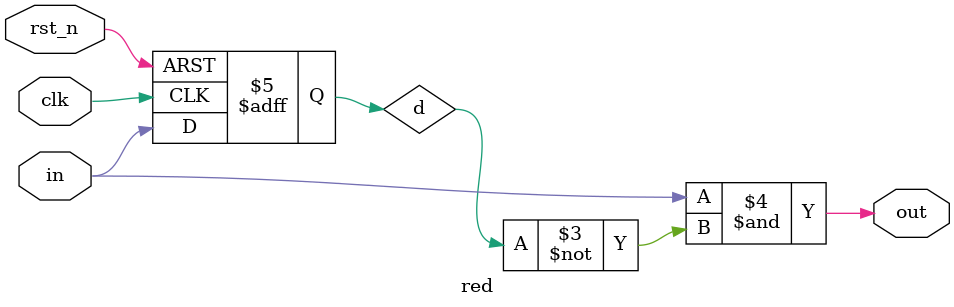
<source format=v>
module red (
    input clk,
    input rst_n,
    input in,
    output out
);

    reg d;

    always @(posedge clk or negedge rst_n) begin
        if (!rst_n) d <= 1'b0;
        else        d <= in;
    end

    assign out = in & ~d; // high for 1 clk when in_sig goes 0->1
    //assign out = rst_n & (in & ~d);
    
endmodule
</source>
